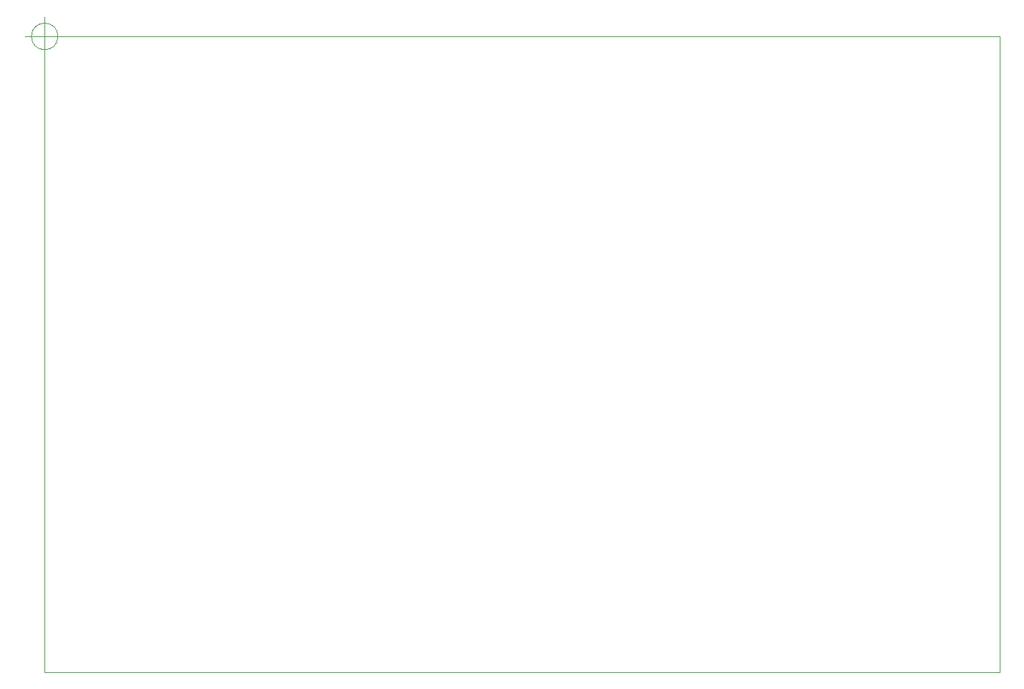
<source format=gbr>
%TF.GenerationSoftware,KiCad,Pcbnew,(6.0.4)*%
%TF.CreationDate,2022-09-15T01:26:24+02:00*%
%TF.ProjectId,_autosave-Spikeling_V2.1,5f617574-6f73-4617-9665-2d5370696b65,rev?*%
%TF.SameCoordinates,Original*%
%TF.FileFunction,Profile,NP*%
%FSLAX46Y46*%
G04 Gerber Fmt 4.6, Leading zero omitted, Abs format (unit mm)*
G04 Created by KiCad (PCBNEW (6.0.4)) date 2022-09-15 01:26:24*
%MOMM*%
%LPD*%
G01*
G04 APERTURE LIST*
%TA.AperFunction,Profile*%
%ADD10C,0.100000*%
%TD*%
G04 APERTURE END LIST*
D10*
X220000000Y-130000000D02*
X100000000Y-130000000D01*
X100000000Y-50000000D02*
X220000000Y-50000000D01*
X220000000Y-50000000D02*
X220000000Y-130000000D01*
X100000000Y-130000000D02*
X100000000Y-50000000D01*
X101666666Y-50000000D02*
G75*
G03*
X101666666Y-50000000I-1666666J0D01*
G01*
X97500000Y-50000000D02*
X102500000Y-50000000D01*
X100000000Y-47500000D02*
X100000000Y-52500000D01*
M02*

</source>
